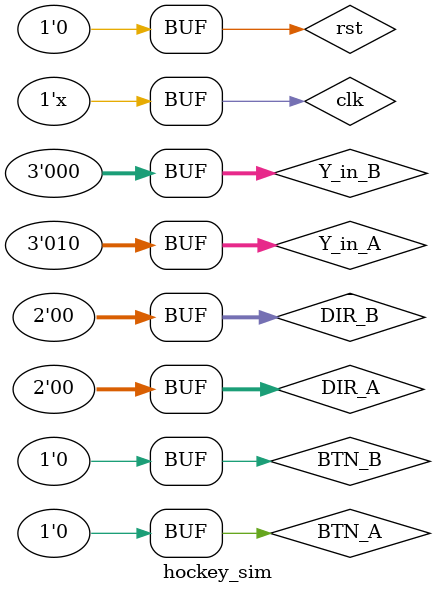
<source format=v>
`timescale 1ns / 1ps


module hockey_sim(

    );

parameter HP = 5;       // Half period of our clock signal
parameter FP = (2*HP);  // Full period of our clock signal

//Inputs
reg clk, rst, BTN_A, BTN_B;
reg [1:0] DIR_A;
reg [1:0] DIR_B;
reg [2:0] Y_in_A;
reg [2:0] Y_in_B;

//Outputs
wire [2:0] X_COORD, Y_COORD;

//Instantiate the UUT
hockey UUT(clk, rst, BTN_A, BTN_B, DIR_A, DIR_B, Y_in_A, Y_in_B, X_COORD,Y_COORD);

// This always statement automatically cycles between clock high and clock low in HP (Half Period) time. Makes writing test-benches easier.
always #HP clk = ~clk;

//Initialize inputs
initial begin
	// $dumpfile("hockey.vcd"); //  * Our waveform is saved under this file.
    // $dumpvars(0,hockey_tb); // * Get the variables from the module.
    
    // $display("Simulation started.");
    
    clk = 0; 
    rst = 0;
    BTN_A = 0;
	BTN_B = 0;
	DIR_A = 0;
	DIR_B = 0;
    Y_in_A = 0;
    Y_in_B = 0;
    
	#FP;
	rst=1;
	#FP;
	rst=0;
	
	// Here, you are asked to write your test scenario.
	BTN_A = 1'b1;
	#10;
	BTN_A = 1'b0;
	#30;
	BTN_A = 1'b1;
	Y_in_A = 3'b010;
	DIR_A = 2'b00;
	#10;
	BTN_A = 1'b0;
	#120;						//puck movement time
	BTN_B = 1'b1;
	Y_in_B = 3'b011;		//not equal to Y_COORD, should be goal for A
	#20;
	BTN_B = 1'b0;
	#40;

	BTN_B = 1'b1;
	Y_in_B = 3'b010;
	DIR_B = 2'b00;
	#10;
	BTN_B = 1'b0;
	#120;
	BTN_A = 1'b1;
	Y_in_A = 3'b010;		// equal to Y_COORD
	#10;
	BTN_A = 1'b0;
	#90;					//puck movement time
	BTN_B = 1'b1;
	Y_in_B = 3'b010;
	DIR_B = 2'b00;
	#10;
	BTN_B = 1'b0;
	#90;
	BTN_A = 1'b1;
	Y_in_A = 3'b000;
	#20;
	BTN_A = 1'b0;
	#40;

	BTN_A = 1'b1;
	Y_in_A = 3'b010;
	DIR_A = 2'b00;
	#10;
	BTN_A = 1'b0;
	#120;
	BTN_B = 1'b1;
	Y_in_B = 3'b000;
	#20;
	BTN_B = 1'b0;
	#40;

	BTN_B = 1'b1;
	Y_in_B = 3'b010;
	DIR_B = 2'b00;
	#10;
	BTN_B = 1'b0;
	#120;
	BTN_A = 1'b1;
	Y_in_A = 3'b010;		// equal to Y_COORD
	#10;
	BTN_A = 1'b0;
	#90;					//puck movement time
	BTN_B = 1'b1;
	Y_in_B = 3'b010;
	//DIR_B = 2'b00;
	#10;
	BTN_B = 1'b0;
	#90;
	BTN_A = 1'b1;
	Y_in_A = 3'b010;		// equal to Y_COORD
	#10;
	BTN_A = 1'b0;
	#90;					//puck movement time
	BTN_B = 1'b1;
	Y_in_B = 3'b000;
	#20;
	BTN_B = 1'b0;
	#40;
	#100;
	
    // $display("Simulation finished.");
    // $finish(); // Finish simulation.

end
    
endmodule

</source>
